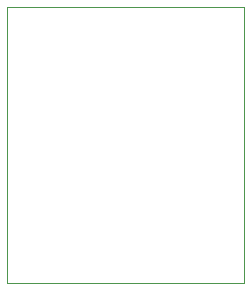
<source format=gbr>
%FSLAX34Y34*%
G04 Gerber Fmt 3.4, Leading zero omitted, Abs format*
G04 (created by PCBNEW (2014-03-14 BZR 4750)-product) date Mon 17 Mar 2014 06:19:06 PM CET*
%MOIN*%
G01*
G70*
G90*
G04 APERTURE LIST*
%ADD10C,0.005906*%
%ADD11C,0.003937*%
G04 APERTURE END LIST*
G54D10*
G54D11*
X69300Y-44600D02*
X69300Y-35400D01*
X61400Y-44600D02*
X61400Y-35400D01*
X61400Y-35400D02*
X69300Y-35400D01*
X61400Y-44600D02*
X69300Y-44600D01*
M02*

</source>
